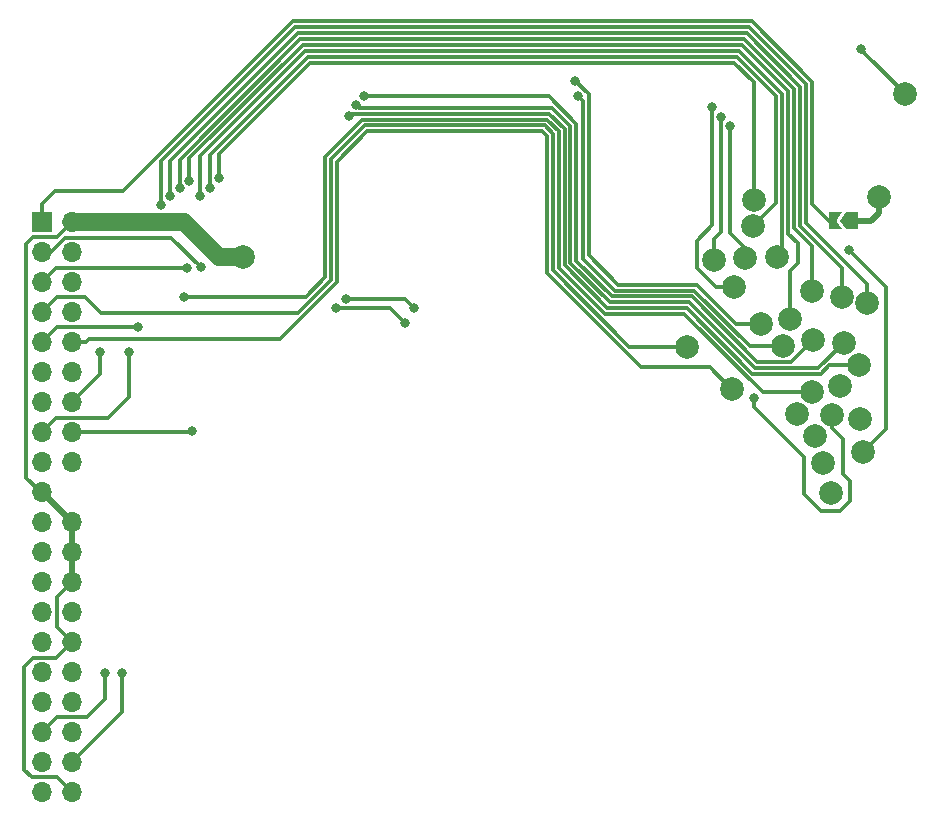
<source format=gbr>
%TF.GenerationSoftware,KiCad,Pcbnew,(5.1.6)-1*%
%TF.CreationDate,2020-08-21T18:39:33+02:00*%
%TF.ProjectId,Shiba GD-IDE,53686962-6120-4474-942d-4944452e6b69,rev?*%
%TF.SameCoordinates,Original*%
%TF.FileFunction,Copper,L1,Top*%
%TF.FilePolarity,Positive*%
%FSLAX46Y46*%
G04 Gerber Fmt 4.6, Leading zero omitted, Abs format (unit mm)*
G04 Created by KiCad (PCBNEW (5.1.6)-1) date 2020-08-21 18:39:33*
%MOMM*%
%LPD*%
G01*
G04 APERTURE LIST*
%TA.AperFunction,SMDPad,CuDef*%
%ADD10C,2.000000*%
%TD*%
%TA.AperFunction,ComponentPad*%
%ADD11O,1.700000X1.700000*%
%TD*%
%TA.AperFunction,ComponentPad*%
%ADD12R,1.700000X1.700000*%
%TD*%
%TA.AperFunction,SMDPad,CuDef*%
%ADD13C,0.100000*%
%TD*%
%TA.AperFunction,ViaPad*%
%ADD14C,2.000000*%
%TD*%
%TA.AperFunction,ViaPad*%
%ADD15C,0.800000*%
%TD*%
%TA.AperFunction,Conductor*%
%ADD16C,0.500000*%
%TD*%
%TA.AperFunction,Conductor*%
%ADD17C,0.300000*%
%TD*%
%TA.AperFunction,Conductor*%
%ADD18C,1.500000*%
%TD*%
G04 APERTURE END LIST*
D10*
%TO.P,TP249,1*%
%TO.N,TP249*%
X180492400Y-80645000D03*
%TD*%
D11*
%TO.P,J1,40*%
%TO.N,GND*%
X109956600Y-139801600D03*
%TO.P,J1,39*%
%TO.N,Net-(J1-Pad39)*%
X107416600Y-139801600D03*
%TO.P,J1,38*%
%TO.N,TP256*%
X109956600Y-137261600D03*
%TO.P,J1,37*%
%TO.N,TP255*%
X107416600Y-137261600D03*
%TO.P,J1,36*%
%TO.N,TP254*%
X109956600Y-134721600D03*
%TO.P,J1,35*%
%TO.N,TP253*%
X107416600Y-134721600D03*
%TO.P,J1,34*%
%TO.N,Net-(J1-Pad34)*%
X109956600Y-132181600D03*
%TO.P,J1,33*%
%TO.N,TP252*%
X107416600Y-132181600D03*
%TO.P,J1,32*%
%TO.N,Net-(J1-Pad32)*%
X109956600Y-129641600D03*
%TO.P,J1,31*%
%TO.N,TP250*%
X107416600Y-129641600D03*
%TO.P,J1,30*%
%TO.N,GND*%
X109956600Y-127101600D03*
%TO.P,J1,29*%
%TO.N,TP249*%
X107416600Y-127101600D03*
%TO.P,J1,28*%
%TO.N,Net-(J1-Pad28)*%
X109956600Y-124561600D03*
%TO.P,J1,27*%
%TO.N,TP248*%
X107416600Y-124561600D03*
%TO.P,J1,26*%
%TO.N,GND*%
X109956600Y-122021600D03*
%TO.P,J1,25*%
%TO.N,TP247*%
X107416600Y-122021600D03*
%TO.P,J1,24*%
%TO.N,GND*%
X109956600Y-119481600D03*
%TO.P,J1,23*%
%TO.N,TP246*%
X107416600Y-119481600D03*
%TO.P,J1,22*%
%TO.N,GND*%
X109956600Y-116941600D03*
%TO.P,J1,21*%
%TO.N,TP245*%
X107416600Y-116941600D03*
%TO.P,J1,19*%
%TO.N,GND*%
X107416600Y-114401600D03*
%TO.P,J1,18*%
%TO.N,TP244*%
X109956600Y-111861600D03*
%TO.P,J1,17*%
%TO.N,TP242*%
X107416600Y-111861600D03*
%TO.P,J1,16*%
%TO.N,TP243*%
X109956600Y-109321600D03*
%TO.P,J1,15*%
%TO.N,TP241*%
X107416600Y-109321600D03*
%TO.P,J1,14*%
%TO.N,TP240*%
X109956600Y-106781600D03*
%TO.P,J1,13*%
%TO.N,TP238*%
X107416600Y-106781600D03*
%TO.P,J1,12*%
%TO.N,TP239*%
X109956600Y-104241600D03*
%TO.P,J1,11*%
%TO.N,TP237*%
X107416600Y-104241600D03*
%TO.P,J1,10*%
%TO.N,TP236*%
X109956600Y-101701600D03*
%TO.P,J1,9*%
%TO.N,TP234*%
X107416600Y-101701600D03*
%TO.P,J1,8*%
%TO.N,TP235*%
X109956600Y-99161600D03*
%TO.P,J1,7*%
%TO.N,TP233*%
X107416600Y-99161600D03*
%TO.P,J1,6*%
%TO.N,TP232*%
X109956600Y-96621600D03*
%TO.P,J1,5*%
%TO.N,TP230*%
X107416600Y-96621600D03*
%TO.P,J1,4*%
%TO.N,TP231*%
X109956600Y-94081600D03*
%TO.P,J1,3*%
%TO.N,TP229*%
X107416600Y-94081600D03*
%TO.P,J1,2*%
%TO.N,GND*%
X109956600Y-91541600D03*
D12*
%TO.P,J1,1*%
%TO.N,TP226*%
X107416600Y-91541600D03*
%TD*%
%TA.AperFunction,SMDPad,CuDef*%
D13*
%TO.P,J2,1*%
%TO.N,N/C*%
G36*
X175010400Y-91389200D02*
G01*
X175510400Y-90639200D01*
X176510400Y-90639200D01*
X176510400Y-92139200D01*
X175510400Y-92139200D01*
X175010400Y-91389200D01*
G37*
%TD.AperFunction*%
%TA.AperFunction,SMDPad,CuDef*%
%TO.P,J2,2*%
%TO.N,TP226*%
G36*
X174060400Y-90639200D02*
G01*
X175210400Y-90639200D01*
X174710400Y-91389200D01*
X175210400Y-92139200D01*
X174060400Y-92139200D01*
X174060400Y-90639200D01*
G37*
%TD.AperFunction*%
%TD*%
D14*
%TO.N,*%
X178282600Y-89433400D03*
%TO.N,GND*%
X124485400Y-94488000D03*
%TO.N,TP256*%
X174244000Y-114427000D03*
D15*
X114198400Y-129725637D03*
D14*
%TO.N,TP255*%
X176961800Y-111023400D03*
D15*
X175768000Y-93853000D03*
X138912600Y-98755200D03*
X133164556Y-98025730D03*
D14*
%TO.N,TP254*%
X176733200Y-108229400D03*
D15*
X138149087Y-100023687D03*
X132384798Y-98805487D03*
%TO.N,TP253*%
X112776000Y-129717800D03*
D14*
X173611102Y-111910298D03*
%TO.N,TP252*%
X174371000Y-107848400D03*
D15*
X167716200Y-106426000D03*
D14*
%TO.N,TP250*%
X172872400Y-109651800D03*
D15*
%TO.N,TP249*%
X176758598Y-76860400D03*
D14*
%TO.N,TP248*%
X174980600Y-105435400D03*
%TO.N,TP247*%
X176657000Y-103657400D03*
D15*
X133421707Y-82532545D03*
D14*
%TO.N,TP246*%
X175336200Y-101727000D03*
D15*
X134006747Y-81583973D03*
D14*
%TO.N,TP245*%
X172720000Y-101498400D03*
D15*
X134703836Y-80866971D03*
D14*
%TO.N,TP244*%
X172618400Y-105943400D03*
D15*
X119503373Y-97851947D03*
D14*
%TO.N,TP242*%
X170154600Y-102031788D03*
D15*
X152831800Y-80848200D03*
D14*
%TO.N,TP243*%
X171348411Y-107772200D03*
D15*
X120164912Y-109194600D03*
D14*
%TO.N,TP241*%
X170789600Y-99695000D03*
D15*
X119938800Y-88011000D03*
X114833400Y-102514400D03*
D14*
%TO.N,TP240*%
X177317400Y-98399600D03*
D15*
X117564610Y-90047316D03*
X112369600Y-102539798D03*
D14*
%TO.N,TP238*%
X168351200Y-100152200D03*
D15*
X152603200Y-79552800D03*
D14*
%TO.N,TP239*%
X175209200Y-97891600D03*
D15*
X118314620Y-89277932D03*
D14*
%TO.N,TP237*%
X172618400Y-97332800D03*
D15*
X119126000Y-88671400D03*
D14*
%TO.N,TP236*%
X165836600Y-105638600D03*
%TO.N,TP234*%
X169722800Y-94462600D03*
D15*
X120867332Y-89306400D03*
X115619742Y-100406200D03*
D14*
%TO.N,TP235*%
X166065200Y-97053400D03*
D15*
X164185602Y-81813400D03*
D14*
%TO.N,TP233*%
X162052000Y-102057200D03*
%TO.N,TP232*%
X166954200Y-94564200D03*
D15*
X165697610Y-83362800D03*
D14*
%TO.N,TP230*%
X167665400Y-91871800D03*
D15*
X121640600Y-88595198D03*
X119761000Y-95377000D03*
D14*
%TO.N,TP231*%
X164312600Y-94767400D03*
D15*
X164954113Y-82653264D03*
D14*
%TO.N,TP229*%
X167741600Y-89636600D03*
D15*
X122453400Y-87757000D03*
X120929400Y-95351598D03*
%TD*%
D16*
%TO.N,*%
X176010400Y-91389200D02*
X177647600Y-91389200D01*
X178282600Y-90754200D02*
X178282600Y-90116683D01*
X177647600Y-91389200D02*
X178282600Y-90754200D01*
%TO.N,GND*%
X107416600Y-114401600D02*
X109956600Y-116941600D01*
X109956600Y-116941600D02*
X109956600Y-119481600D01*
X109956600Y-119481600D02*
X109956600Y-122021600D01*
D17*
X107416600Y-114401600D02*
X107442000Y-114401600D01*
X108686600Y-123291600D02*
X109956600Y-122021600D01*
X109956600Y-127101600D02*
X108686600Y-125831600D01*
X108686600Y-125831600D02*
X108686600Y-123291600D01*
X108686600Y-92811600D02*
X109956600Y-91541600D01*
X107340400Y-114401600D02*
X106095800Y-113157000D01*
X107416600Y-114401600D02*
X107340400Y-114401600D01*
X106095800Y-93395800D02*
X106680000Y-92811600D01*
X106095800Y-113157000D02*
X106095800Y-93395800D01*
X106680000Y-92811600D02*
X108686600Y-92811600D01*
X106730800Y-128397000D02*
X108661200Y-128397000D01*
X108686600Y-138531600D02*
X106590802Y-138531600D01*
X108661200Y-128397000D02*
X109956600Y-127101600D01*
X105943400Y-137884198D02*
X105943400Y-129184400D01*
X105943400Y-129184400D02*
X106730800Y-128397000D01*
X109956600Y-139801600D02*
X108686600Y-138531600D01*
X106590802Y-138531600D02*
X105943400Y-137884198D01*
D18*
X122402600Y-94488000D02*
X123710650Y-94488000D01*
X109956600Y-91541600D02*
X119456200Y-91541600D01*
X119456200Y-91541600D02*
X122402600Y-94488000D01*
D17*
%TO.N,TP256*%
X109956600Y-137261600D02*
X114198400Y-133019800D01*
X114198400Y-133019800D02*
X114198400Y-129725637D01*
%TO.N,TP255*%
X175768000Y-93878400D02*
X175768000Y-93853000D01*
X178932914Y-97043314D02*
X175768000Y-93878400D01*
X178943000Y-106327984D02*
X178932914Y-97043314D01*
X176961800Y-111023400D02*
X178943000Y-109042200D01*
X178943000Y-109042200D02*
X178943000Y-106327984D01*
X138183130Y-98025730D02*
X133164556Y-98025730D01*
X138912600Y-98755200D02*
X138183130Y-98025730D01*
%TO.N,TP254*%
X136930887Y-98805487D02*
X132384798Y-98805487D01*
X138149087Y-100023687D02*
X136930887Y-98805487D01*
%TO.N,TP253*%
X112776000Y-131902200D02*
X112776000Y-129717800D01*
X111226600Y-133451600D02*
X112776000Y-131902200D01*
X107416600Y-134721600D02*
X108686600Y-133451600D01*
X108686600Y-133451600D02*
X111226600Y-133451600D01*
%TO.N,TP252*%
X167716200Y-107162600D02*
X167716200Y-106426000D01*
X171932600Y-111379000D02*
X167716200Y-107162600D01*
X173380400Y-116001800D02*
X171932600Y-114554000D01*
X175056800Y-116001800D02*
X173380400Y-116001800D01*
X175895000Y-115163600D02*
X175056800Y-116001800D01*
X175895000Y-113461800D02*
X175895000Y-115163600D01*
X174371000Y-107848400D02*
X174371000Y-108966000D01*
X175260000Y-109855000D02*
X175260000Y-112826800D01*
X171932600Y-114554000D02*
X171932600Y-111379000D01*
X174371000Y-108966000D02*
X175260000Y-109855000D01*
X175260000Y-112826800D02*
X175895000Y-113461800D01*
%TO.N,TP249*%
X177158597Y-77260399D02*
X176758598Y-76860400D01*
X180492400Y-80594200D02*
X177158597Y-77260399D01*
%TO.N,TP247*%
X176657000Y-103657400D02*
X174112920Y-103657400D01*
X173388501Y-104381819D02*
X167610575Y-104381817D01*
X167610575Y-104381817D02*
X162039346Y-98810588D01*
X162039346Y-98810588D02*
X155316502Y-98810588D01*
X151697955Y-83612789D02*
X150423977Y-82338811D01*
X133615441Y-82338811D02*
X133421707Y-82532545D01*
X151697955Y-95192041D02*
X151697955Y-83612789D01*
X155316502Y-98810588D02*
X151697955Y-95192041D01*
X174112920Y-103657400D02*
X173388501Y-104381819D01*
X150423977Y-82338811D02*
X133615441Y-82338811D01*
%TO.N,TP246*%
X150631088Y-81838800D02*
X134261574Y-81838800D01*
X134261574Y-81838800D02*
X134006747Y-81583973D01*
X155523614Y-98310578D02*
X152197966Y-94984930D01*
X152197966Y-83405678D02*
X150631088Y-81838800D01*
X173181390Y-103881808D02*
X167817687Y-103881807D01*
X152197966Y-94984930D02*
X152197966Y-83405678D01*
X162246458Y-98310578D02*
X155523614Y-98310578D01*
X167817687Y-103881807D02*
X162246458Y-98310578D01*
X175336200Y-101727000D02*
X173181390Y-103881808D01*
%TO.N,TP245*%
X162453570Y-97810568D02*
X155730726Y-97810568D01*
X152697976Y-83198566D02*
X150366381Y-80866971D01*
X150366381Y-80866971D02*
X135269521Y-80866971D01*
X155730726Y-97810568D02*
X152697979Y-94777821D01*
X152697979Y-94777821D02*
X152697976Y-83198566D01*
X168024799Y-103381797D02*
X162453570Y-97810568D01*
X135269521Y-80866971D02*
X134703836Y-80866971D01*
X172720000Y-101498400D02*
X170836603Y-103381797D01*
X170836603Y-103381797D02*
X168024799Y-103381797D01*
%TO.N,TP244*%
X150216866Y-82838822D02*
X134585178Y-82838822D01*
X131445000Y-85979000D02*
X131445000Y-96197320D01*
X131445000Y-96197320D02*
X129790373Y-97851947D01*
X161832234Y-99310598D02*
X155109390Y-99310598D01*
X134585178Y-82838822D02*
X131445000Y-85979000D01*
X151197944Y-83819900D02*
X150216866Y-82838822D01*
X172618400Y-105943400D02*
X168465036Y-105943400D01*
X129790373Y-97851947D02*
X119503373Y-97851947D01*
X151197944Y-95399152D02*
X151197944Y-83819900D01*
X155109390Y-99310598D02*
X151197944Y-95399152D01*
X168465036Y-105943400D02*
X161832234Y-99310598D01*
%TO.N,TP242*%
X153231799Y-81248199D02*
X152831800Y-80848200D01*
X170154600Y-102031788D02*
X167398176Y-102031788D01*
X153231799Y-94604521D02*
X153231799Y-81248199D01*
X155937836Y-97310558D02*
X153231799Y-94604521D01*
X162676946Y-97310558D02*
X155937836Y-97310558D01*
X167398176Y-102031788D02*
X162676946Y-97310558D01*
%TO.N,TP243*%
X120037912Y-109321600D02*
X120164912Y-109194600D01*
X109956600Y-109321600D02*
X120037912Y-109321600D01*
%TO.N,TP241*%
X170789600Y-99695000D02*
X171246800Y-99237800D01*
X114833400Y-106324400D02*
X114833400Y-102514400D01*
X107416600Y-109321600D02*
X108616601Y-108121599D01*
X113036201Y-108121599D02*
X114833400Y-106324400D01*
X108616601Y-108121599D02*
X113036201Y-108121599D01*
X119938800Y-86119143D02*
X119938800Y-88011000D01*
X166706809Y-76523645D02*
X129534296Y-76523647D01*
X170638630Y-92533630D02*
X170638630Y-80455466D01*
X170638630Y-80455466D02*
X166706809Y-76523645D01*
X170789600Y-99695000D02*
X170789600Y-95656400D01*
X129534296Y-76523647D02*
X119938800Y-86119143D01*
X171424600Y-95021400D02*
X171424600Y-93319600D01*
X171424600Y-93319600D02*
X170638630Y-92533630D01*
X170789600Y-95656400D02*
X171424600Y-95021400D01*
%TO.N,TP240*%
X109956600Y-106781600D02*
X112369600Y-104368600D01*
X112369600Y-104368600D02*
X112369600Y-102539798D01*
X128912960Y-75023617D02*
X117564610Y-86371967D01*
X172138661Y-91607495D02*
X172138660Y-79834130D01*
X177317400Y-96786234D02*
X172138661Y-91607495D01*
X167328139Y-75023615D02*
X128912960Y-75023617D01*
X117564610Y-86371967D02*
X117564610Y-90047316D01*
X172138660Y-79834130D02*
X167328139Y-75023615D01*
X177317400Y-98399600D02*
X177317400Y-96786234D01*
%TO.N,TP238*%
X153737504Y-80687104D02*
X152603200Y-79552800D01*
X153737504Y-94326904D02*
X153737504Y-80687104D01*
X156221147Y-96810547D02*
X153737504Y-94326904D01*
X162884057Y-96810547D02*
X156221147Y-96810547D01*
X168351200Y-100152200D02*
X166225710Y-100152200D01*
X166225710Y-100152200D02*
X162884057Y-96810547D01*
%TO.N,TP239*%
X171638650Y-80041242D02*
X167121029Y-75523625D01*
X167121029Y-75523625D02*
X129120072Y-75523627D01*
X175209200Y-97891600D02*
X175209200Y-95385156D01*
X118314620Y-86329079D02*
X118314620Y-89277932D01*
X129120072Y-75523627D02*
X118314620Y-86329079D01*
X171638650Y-91814606D02*
X171638650Y-80041242D01*
X175209200Y-95385156D02*
X171638650Y-91814606D01*
%TO.N,TP237*%
X172618400Y-97332800D02*
X172618400Y-93501478D01*
X119126000Y-86224821D02*
X119126000Y-88671400D01*
X129327184Y-76023637D02*
X119126000Y-86224821D01*
X172618400Y-93501478D02*
X171138641Y-92021719D01*
X171138640Y-80248354D02*
X166913919Y-76023635D01*
X171138641Y-92021719D02*
X171138640Y-80248354D01*
X166913919Y-76023635D02*
X129327184Y-76023637D01*
%TO.N,TP236*%
X165827922Y-105638600D02*
X165751722Y-105562400D01*
X165836600Y-105638600D02*
X165827922Y-105638600D01*
X111158681Y-101701600D02*
X109956600Y-101701600D01*
X150197924Y-95813376D02*
X150197924Y-84234124D01*
X158168948Y-103784400D02*
X150197924Y-95813376D01*
X165827922Y-105638600D02*
X163973722Y-103784400D01*
X111452334Y-101407947D02*
X111158681Y-101701600D01*
X150197924Y-84234124D02*
X149802644Y-83838844D01*
X163973722Y-103784400D02*
X158168948Y-103784400D01*
X149802644Y-83838844D02*
X134999400Y-83838844D01*
X132445022Y-96611542D02*
X127648617Y-101407947D01*
X134999400Y-83838844D02*
X132445022Y-86393222D01*
X132445022Y-86393222D02*
X132445022Y-96611542D01*
X127648617Y-101407947D02*
X111452334Y-101407947D01*
%TO.N,TP234*%
X170138616Y-80662572D02*
X166499699Y-77023655D01*
X129741408Y-77023657D02*
X120867332Y-85897733D01*
X166499699Y-77023655D02*
X129741408Y-77023657D01*
X170138617Y-94046783D02*
X170138616Y-80662572D01*
X169722800Y-94462600D02*
X170138617Y-94046783D01*
X120867332Y-85897733D02*
X120867332Y-89306400D01*
X107416600Y-101701600D02*
X108712000Y-100406200D01*
X108712000Y-100406200D02*
X115619742Y-100406200D01*
%TO.N,TP235*%
X164185602Y-91803118D02*
X164185602Y-81813400D01*
X162911973Y-95438947D02*
X162911973Y-93076747D01*
X162911973Y-93076747D02*
X164185602Y-91803118D01*
X166065200Y-97053400D02*
X164526426Y-97053400D01*
X164526426Y-97053400D02*
X162911973Y-95438947D01*
%TO.N,TP233*%
X157148870Y-102057200D02*
X162052000Y-102057200D01*
X112416773Y-99223547D02*
X129125895Y-99223547D01*
X111084826Y-97891600D02*
X112416773Y-99223547D01*
X107416600Y-99161600D02*
X108686600Y-97891600D01*
X108686600Y-97891600D02*
X111084826Y-97891600D01*
X129125895Y-99223547D02*
X131945011Y-96404431D01*
X131945011Y-96404431D02*
X131945011Y-86186111D01*
X131945011Y-86186111D02*
X134792289Y-83338833D01*
X150697935Y-84027013D02*
X150697935Y-95606265D01*
X134792289Y-83338833D02*
X150009755Y-83338833D01*
X150009755Y-83338833D02*
X150697935Y-84027013D01*
X150697935Y-95606265D02*
X157148870Y-102057200D01*
%TO.N,TP232*%
X165697610Y-92469410D02*
X165697610Y-83362800D01*
X166954200Y-94564200D02*
X166954200Y-93726000D01*
X166954200Y-93726000D02*
X165697610Y-92469410D01*
%TO.N,TP230*%
X107416600Y-96621600D02*
X108661200Y-95377000D01*
X108661200Y-95377000D02*
X119761000Y-95377000D01*
X121640600Y-87152387D02*
X121640600Y-88595198D01*
X129948520Y-77523667D02*
X121640600Y-85831587D01*
X166292588Y-77523666D02*
X129948520Y-77523667D01*
X169638606Y-80869684D02*
X166292588Y-77523666D01*
X121640600Y-85831587D02*
X121640600Y-87152387D01*
X169638606Y-89898594D02*
X169638606Y-80869684D01*
X167665400Y-91871800D02*
X169638606Y-89898594D01*
%TO.N,TP231*%
X164947600Y-82659777D02*
X164954113Y-82653264D01*
X164947600Y-92329000D02*
X164947600Y-82659777D01*
X164312600Y-94767400D02*
X164312600Y-92964000D01*
X164312600Y-92964000D02*
X164947600Y-92329000D01*
%TO.N,TP229*%
X118414802Y-92837000D02*
X120929400Y-95351598D01*
X108180598Y-94081600D02*
X109425198Y-92837000D01*
X109425198Y-92837000D02*
X118414802Y-92837000D01*
X107416600Y-94081600D02*
X108180598Y-94081600D01*
X167741600Y-79679800D02*
X166085477Y-78023677D01*
X167741600Y-89636600D02*
X167741600Y-79679800D01*
X122453400Y-85725909D02*
X122453400Y-87757000D01*
X130155632Y-78023677D02*
X122453400Y-85725909D01*
X166085477Y-78023677D02*
X130155632Y-78023677D01*
%TO.N,TP226*%
X114329455Y-88900000D02*
X108535109Y-88900000D01*
X108535109Y-88900000D02*
X107416600Y-90018509D01*
X128705848Y-74523607D02*
X114329455Y-88900000D01*
X172638669Y-89967469D02*
X172638669Y-79627018D01*
X174560400Y-91389200D02*
X174060400Y-91389200D01*
X174060400Y-91389200D02*
X172638669Y-89967469D01*
X172638669Y-79627018D02*
X167535249Y-74523605D01*
X107416600Y-90018509D02*
X107416600Y-91541600D01*
X167535249Y-74523605D02*
X128705848Y-74523607D01*
%TD*%
M02*

</source>
